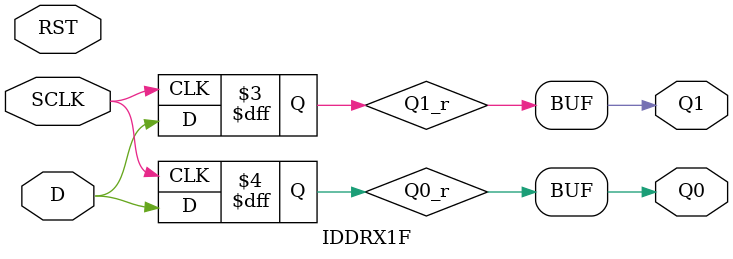
<source format=v>
module IDDRX1F(input D,input SCLK,input RST,output Q0,output Q1);
	reg Q0_r,Q1_r;
	always @(posedge SCLK) begin
		Q0_r<=D;
	end
	always @(negedge SCLK) begin
		Q1_r<=D;
	end	
	assign Q1=Q1_r;
	assign Q0=Q0_r;
	
endmodule
</source>
